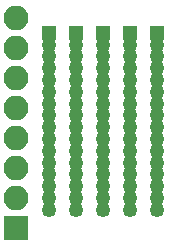
<source format=gbr>
G04 #@! TF.FileFunction,Soldermask,Bot*
%FSLAX46Y46*%
G04 Gerber Fmt 4.6, Leading zero omitted, Abs format (unit mm)*
G04 Created by KiCad (PCBNEW 4.0.7) date Fri Oct 27 13:36:46 2017*
%MOMM*%
%LPD*%
G01*
G04 APERTURE LIST*
%ADD10C,0.100000*%
%ADD11R,2.100000X2.100000*%
%ADD12O,2.100000X2.100000*%
%ADD13R,1.250000X1.250000*%
%ADD14O,1.250000X1.250000*%
G04 APERTURE END LIST*
D10*
D11*
X140208000Y-118364000D03*
D12*
X140208000Y-115824000D03*
X140208000Y-113284000D03*
X140208000Y-110744000D03*
X140208000Y-108204000D03*
X140208000Y-105664000D03*
X140208000Y-103124000D03*
X140208000Y-100584000D03*
D13*
X143002000Y-101854000D03*
D14*
X143002000Y-102854000D03*
X143002000Y-103854000D03*
X143002000Y-104854000D03*
X143002000Y-105854000D03*
X143002000Y-106854000D03*
X143002000Y-107854000D03*
X143002000Y-108854000D03*
X143002000Y-109854000D03*
X143002000Y-110854000D03*
X143002000Y-111854000D03*
X143002000Y-112854000D03*
X143002000Y-113854000D03*
X143002000Y-114854000D03*
X143002000Y-115854000D03*
X143002000Y-116854000D03*
D13*
X149860000Y-101854000D03*
D14*
X149860000Y-102854000D03*
X149860000Y-103854000D03*
X149860000Y-104854000D03*
X149860000Y-105854000D03*
X149860000Y-106854000D03*
X149860000Y-107854000D03*
X149860000Y-108854000D03*
X149860000Y-109854000D03*
X149860000Y-110854000D03*
X149860000Y-111854000D03*
X149860000Y-112854000D03*
X149860000Y-113854000D03*
X149860000Y-114854000D03*
X149860000Y-115854000D03*
X149860000Y-116854000D03*
D13*
X152146000Y-101854000D03*
D14*
X152146000Y-102854000D03*
X152146000Y-103854000D03*
X152146000Y-104854000D03*
X152146000Y-105854000D03*
X152146000Y-106854000D03*
X152146000Y-107854000D03*
X152146000Y-108854000D03*
X152146000Y-109854000D03*
X152146000Y-110854000D03*
X152146000Y-111854000D03*
X152146000Y-112854000D03*
X152146000Y-113854000D03*
X152146000Y-114854000D03*
X152146000Y-115854000D03*
X152146000Y-116854000D03*
D13*
X147574000Y-101854000D03*
D14*
X147574000Y-102854000D03*
X147574000Y-103854000D03*
X147574000Y-104854000D03*
X147574000Y-105854000D03*
X147574000Y-106854000D03*
X147574000Y-107854000D03*
X147574000Y-108854000D03*
X147574000Y-109854000D03*
X147574000Y-110854000D03*
X147574000Y-111854000D03*
X147574000Y-112854000D03*
X147574000Y-113854000D03*
X147574000Y-114854000D03*
X147574000Y-115854000D03*
X147574000Y-116854000D03*
D13*
X145288000Y-101854000D03*
D14*
X145288000Y-102854000D03*
X145288000Y-103854000D03*
X145288000Y-104854000D03*
X145288000Y-105854000D03*
X145288000Y-106854000D03*
X145288000Y-107854000D03*
X145288000Y-108854000D03*
X145288000Y-109854000D03*
X145288000Y-110854000D03*
X145288000Y-111854000D03*
X145288000Y-112854000D03*
X145288000Y-113854000D03*
X145288000Y-114854000D03*
X145288000Y-115854000D03*
X145288000Y-116854000D03*
M02*

</source>
